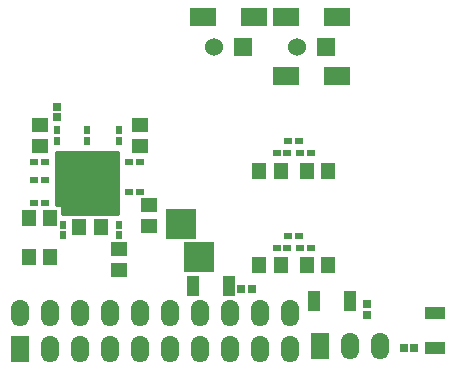
<source format=gbs>
%FSLAX46Y46*%
G04 Gerber Fmt 4.6, Leading zero omitted, Abs format (unit mm)*
G04 Created by KiCad (PCBNEW (2014-10-26 BZR 5226)-product) date Tue 28 Oct 2014 11:12:03 AM EDT*
%MOMM*%
G01*
G04 APERTURE LIST*
%ADD10C,0.100000*%
%ADD11R,1.050000X1.800000*%
%ADD12R,1.524000X1.524000*%
%ADD13C,1.524000*%
%ADD14R,2.300000X1.500000*%
%ADD15R,1.524000X2.286000*%
%ADD16O,1.524000X2.286000*%
%ADD17R,0.650000X0.600000*%
%ADD18R,0.600000X0.650000*%
%ADD19R,1.150000X1.450000*%
%ADD20R,1.450000X1.150000*%
%ADD21R,0.700000X0.650000*%
%ADD22R,0.650000X0.700000*%
%ADD23R,2.500000X2.500000*%
%ADD24R,1.800000X1.050000*%
%ADD25C,0.254000*%
G04 APERTURE END LIST*
D10*
D11*
X165000000Y-92750000D03*
X162000000Y-92750000D03*
D12*
X173249680Y-72500000D03*
D13*
X170750320Y-72500000D03*
D14*
X169850000Y-70000000D03*
X174150000Y-70000000D03*
D15*
X172720000Y-97790000D03*
D16*
X175260000Y-97790000D03*
X177800000Y-97790000D03*
X160020000Y-94996000D03*
X162560000Y-94996000D03*
X165100000Y-94996000D03*
X167640000Y-94996000D03*
X167640000Y-98044000D03*
X165100000Y-98044000D03*
X162560000Y-98044000D03*
X160020000Y-98044000D03*
X170180000Y-98044000D03*
X170180000Y-94996000D03*
X157480000Y-94996000D03*
X157480000Y-98044000D03*
D15*
X147320000Y-98044000D03*
D16*
X149860000Y-98044000D03*
X152400000Y-98044000D03*
X154940000Y-98044000D03*
X154940000Y-94996000D03*
X152400000Y-94996000D03*
X149860000Y-94996000D03*
X147320000Y-94996000D03*
D12*
X166249680Y-72500000D03*
D13*
X163750320Y-72500000D03*
D17*
X148550000Y-85750000D03*
X149450000Y-85750000D03*
X148550000Y-83750000D03*
X149450000Y-83750000D03*
X148550000Y-82250000D03*
X149450000Y-82250000D03*
D18*
X150500000Y-79550000D03*
X150500000Y-80450000D03*
X153000000Y-79550000D03*
X153000000Y-80450000D03*
X155750000Y-79550000D03*
X155750000Y-80450000D03*
D17*
X157450000Y-82250000D03*
X156550000Y-82250000D03*
D18*
X151000000Y-88450000D03*
X151000000Y-87550000D03*
D17*
X157450000Y-84750000D03*
X156550000Y-84750000D03*
D18*
X155750000Y-88450000D03*
X155750000Y-87550000D03*
D19*
X148100000Y-87000000D03*
X149900000Y-87000000D03*
D20*
X149000000Y-80900000D03*
X149000000Y-79100000D03*
X155750000Y-89600000D03*
X155750000Y-91400000D03*
X157500000Y-79100000D03*
X157500000Y-80900000D03*
D19*
X152350000Y-87750000D03*
X154150000Y-87750000D03*
D20*
X158250000Y-85850000D03*
X158250000Y-87650000D03*
D19*
X148100000Y-90250000D03*
X149900000Y-90250000D03*
D17*
X170050000Y-80500000D03*
X170950000Y-80500000D03*
X169050000Y-81500000D03*
X169950000Y-81500000D03*
X171050000Y-81500000D03*
X171950000Y-81500000D03*
D19*
X167600000Y-83000000D03*
X169400000Y-83000000D03*
D17*
X170050000Y-88500000D03*
X170950000Y-88500000D03*
X169050000Y-89500000D03*
X169950000Y-89500000D03*
X171050000Y-89500000D03*
X171950000Y-89500000D03*
D19*
X167600000Y-91000000D03*
X169400000Y-91000000D03*
D21*
X150500000Y-78450000D03*
X150500000Y-77550000D03*
X176750000Y-94300000D03*
X176750000Y-95200000D03*
D22*
X180700000Y-98000000D03*
X179800000Y-98000000D03*
X166050000Y-93000000D03*
X166950000Y-93000000D03*
D23*
X161000000Y-87500000D03*
X162500000Y-90250000D03*
D19*
X171600000Y-83000000D03*
X173400000Y-83000000D03*
X171600000Y-91000000D03*
X173400000Y-91000000D03*
D14*
X167150000Y-70000000D03*
X162850000Y-70000000D03*
X174150000Y-75000000D03*
X169850000Y-75000000D03*
D11*
X175250000Y-94000000D03*
X172250000Y-94000000D03*
D24*
X182500000Y-98000000D03*
X182500000Y-95000000D03*
D25*
G36*
X155623000Y-86623000D02*
X150877000Y-86623000D01*
X150877000Y-85873000D01*
X150377000Y-85873000D01*
X150377000Y-81377000D01*
X155623000Y-81377000D01*
X155623000Y-86623000D01*
X155623000Y-86623000D01*
G37*
X155623000Y-86623000D02*
X150877000Y-86623000D01*
X150877000Y-85873000D01*
X150377000Y-85873000D01*
X150377000Y-81377000D01*
X155623000Y-81377000D01*
X155623000Y-86623000D01*
M02*

</source>
